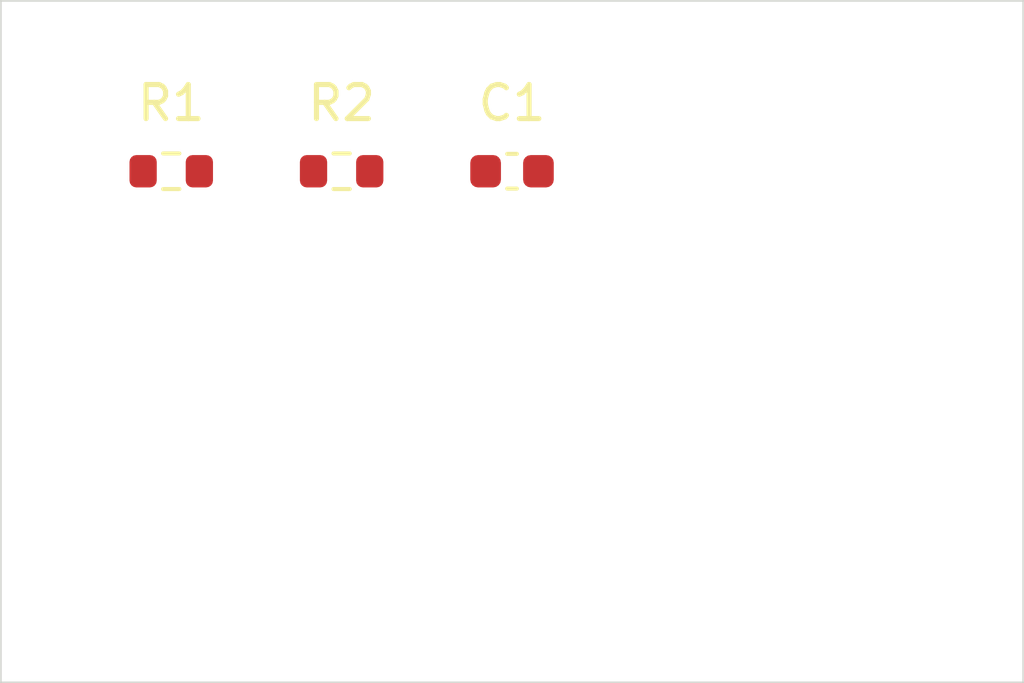
<source format=kicad_pcb>
(kicad_pcb (version 20241229) (generator "pcbnew") (generator_version "9.0")
  (layers (0 "F.Cu" signal) (2 "B.Cu" signal) (13 "F.Paste" user) (15 "B.Paste" user) (5 "F.SilkS" user "F.Silkscreen") (7 "B.SilkS" user "B.Silkscreen") (1 "F.Mask" user) (3 "B.Mask" user) (25 "Edge.Cuts" user))
  (net 0 "")
  (net 1 "DATA")
  (net 2 "VCC")
  (net 3 "CLK")
  (net 4 "GND")
  (footprint "Resistor_SMD:R_0603_1608Metric" (layer "F.Cu") (at 5.0 5.0)
    (property "Reference" "R1" (at 0 -2 0) (layer "F.SilkS") (effects (font (size 1.0 1.0))))
    (property "Value" "10k")
    (fp_line (start -0.237258 -0.5225) (end 0.237258 -0.5225) (stroke (width 0.12)) (layer "F.SilkS"))
    (fp_line (start -0.237258 0.5225) (end 0.237258 0.5225) (stroke (width 0.12)) (layer "F.SilkS"))
    (pad "1" smd roundrect (at -0.825 0.0) (size 0.8 0.95) (layers "F.Cu" "F.Mask" "F.Paste") (net 1 "DATA"))
    (pad "2" smd roundrect (at 0.825 0.0) (size 0.8 0.95) (layers "F.Cu" "F.Mask" "F.Paste") (net 2 "VCC"))
  )
  (footprint "Resistor_SMD:R_0603_1608Metric" (layer "F.Cu") (at 10.0 5.0)
    (property "Reference" "R2" (at 0 -2 0) (layer "F.SilkS") (effects (font (size 1.0 1.0))))
    (property "Value" "4.7k")
    (fp_line (start -0.237258 -0.5225) (end 0.237258 -0.5225) (stroke (width 0.12)) (layer "F.SilkS"))
    (fp_line (start -0.237258 0.5225) (end 0.237258 0.5225) (stroke (width 0.12)) (layer "F.SilkS"))
    (pad "1" smd roundrect (at -0.825 0.0) (size 0.8 0.95) (layers "F.Cu" "F.Mask" "F.Paste") (net 3 "CLK"))
    (pad "2" smd roundrect (at 0.825 0.0) (size 0.8 0.95) (layers "F.Cu" "F.Mask" "F.Paste") (net 4 "GND"))
  )
  (footprint "Capacitor_SMD:C_0603_1608Metric" (layer "F.Cu") (at 15.0 5.0)
    (property "Reference" "C1" (at 0 -2 0) (layer "F.SilkS") (effects (font (size 1.0 1.0))))
    (property "Value" "100nF")
    (fp_line (start -0.14058 -0.51) (end 0.14058 -0.51) (stroke (width 0.12)) (layer "F.SilkS"))
    (fp_line (start -0.14058 0.51) (end 0.14058 0.51) (stroke (width 0.12)) (layer "F.SilkS"))
    (pad "1" smd roundrect (at -0.775 0.0) (size 0.9 0.95) (layers "F.Cu" "F.Mask" "F.Paste") (net 1 "DATA"))
    (pad "2" smd roundrect (at 0.775 0.0) (size 0.9 0.95) (layers "F.Cu" "F.Mask" "F.Paste") (net 4 "GND"))
  )
  (gr_rect (start 0 0) (end 30.0 20.0) (stroke (width 0.05)) (fill no) (layer "Edge.Cuts"))
)
</source>
